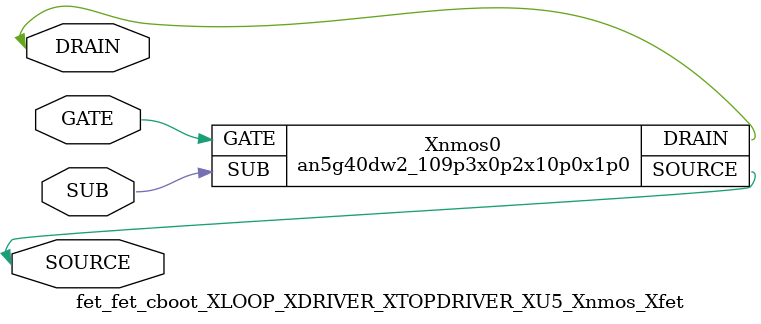
<source format=v>

module an5g40dw2_109p3x0p2x10p0x1p0 (DRAIN,GATE,SOURCE,SUB);
input GATE;
input SUB;
inout SOURCE;
inout DRAIN;
endmodule

//Celera Confidential Do Not Copy fet_fet_cboot_XLOOP_XDRIVER_XTOPDRIVER_XU5_Xnmos_Xfet
//Celera Confidential Symbol Generator
//power NMOS:Ron:10.000 Ohm
//Vgs 6V Vds 40V
//Kelvin:no

module fet_fet_cboot_XLOOP_XDRIVER_XTOPDRIVER_XU5_Xnmos_Xfet (GATE,SOURCE,DRAIN,SUB);
input GATE;
inout SOURCE;
inout DRAIN;
input SUB;

//Celera Confidential Do Not Copy an5g40dw2_109p3x0p2x10p0x1p0
an5g40dw2_109p3x0p2x10p0x1p0 Xnmos0(
.DRAIN (DRAIN),
.GATE (GATE),
.SOURCE (SOURCE),
.SUB (SUB)
);
//,diesize,an5g40dw2_109p3x0p2x10p0x1p0

//Celera Confidential Do Not Copy Module End
//Celera Schematic Generator
endmodule

</source>
